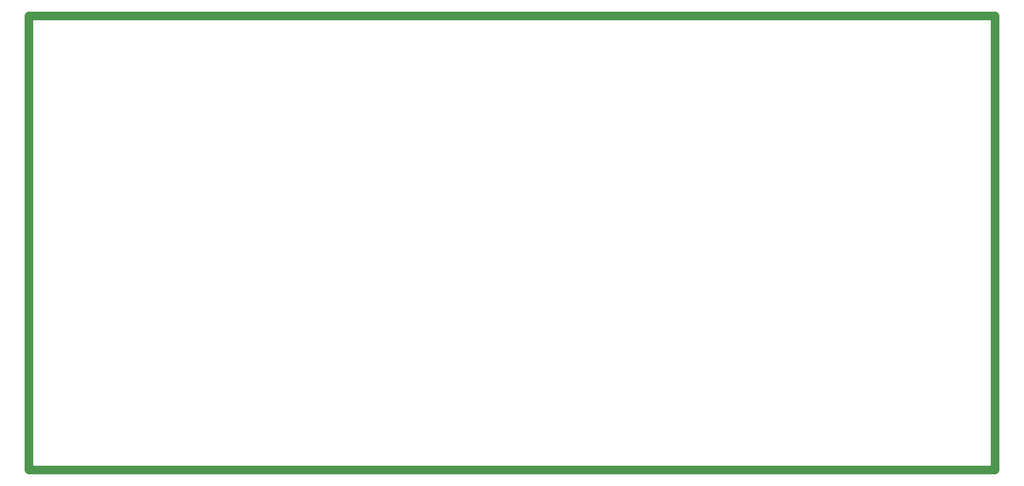
<source format=gbr>
%TF.GenerationSoftware,Altium Limited,Altium Designer,19.1.8 (144)*%
G04 Layer_Color=16711935*
%FSLAX26Y26*%
%MOIN*%
%TF.FileFunction,Keep-out,Top*%
%TF.Part,Single*%
G01*
G75*
%TA.AperFunction,NonConductor*%
%ADD94C,0.047244*%
D94*
X-525000Y4550000D02*
X4710000D01*
X-525000Y2085000D02*
Y4550000D01*
Y2085000D02*
X4710000D01*
Y4550000D01*
%TF.MD5,27761f3fc39ac2b17beb19575243b062*%
M02*

</source>
